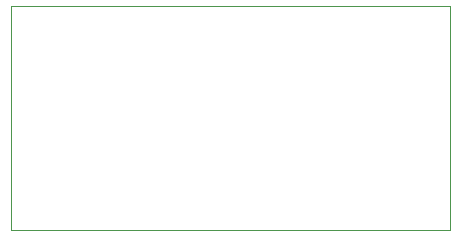
<source format=gbr>
G04 #@! TF.GenerationSoftware,KiCad,Pcbnew,(5.1.4)-1*
G04 #@! TF.CreationDate,2019-11-14T00:10:30-06:00*
G04 #@! TF.ProjectId,USB_Serial,5553425f-5365-4726-9961-6c2e6b696361,rev?*
G04 #@! TF.SameCoordinates,Original*
G04 #@! TF.FileFunction,Profile,NP*
%FSLAX46Y46*%
G04 Gerber Fmt 4.6, Leading zero omitted, Abs format (unit mm)*
G04 Created by KiCad (PCBNEW (5.1.4)-1) date 2019-11-14 00:10:30*
%MOMM*%
%LPD*%
G04 APERTURE LIST*
%ADD10C,0.050000*%
G04 APERTURE END LIST*
D10*
X180630000Y-82250000D02*
X180630000Y-63250000D01*
X143500000Y-82250000D02*
X180630000Y-82250000D01*
X143500000Y-63250000D02*
X143500000Y-82250000D01*
X143500000Y-63250000D02*
X180630000Y-63250000D01*
M02*

</source>
